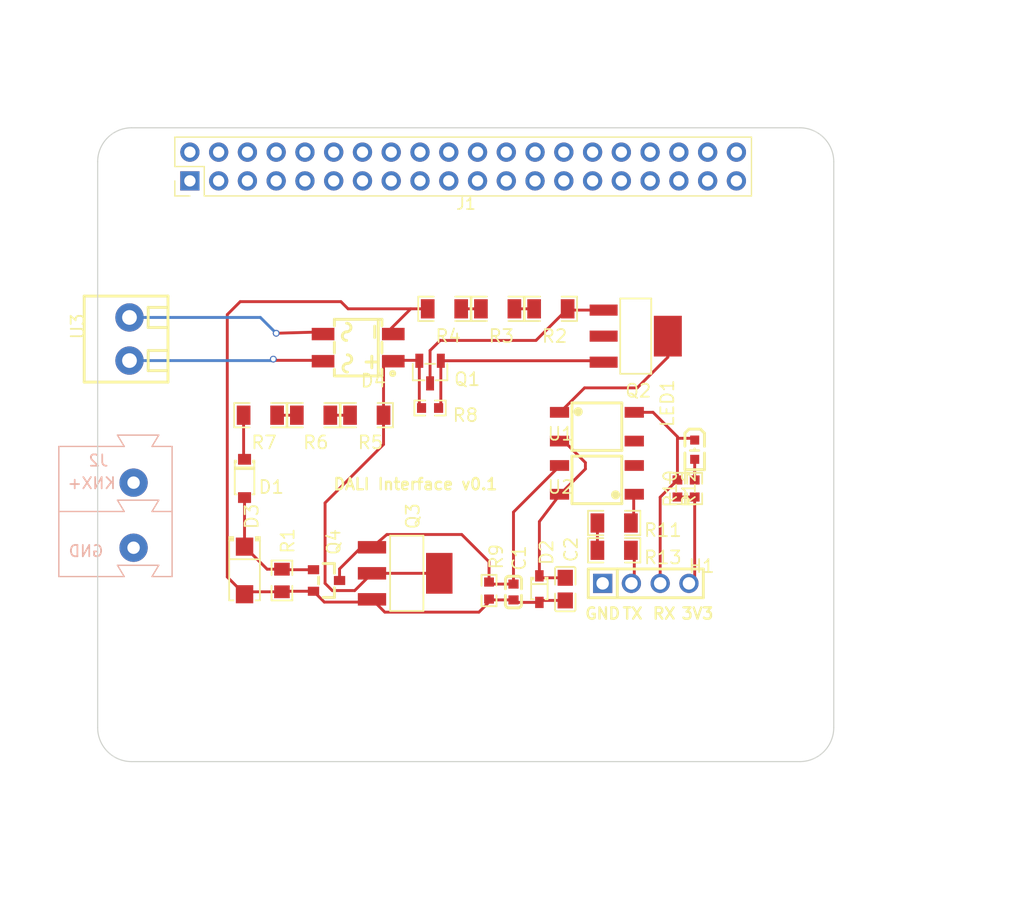
<source format=kicad_pcb>
(kicad_pcb (version 20221018) (generator pcbnew)
  (layers (0 "F.Cu" signal) (31 "B.Cu" signal) (34 "B.Paste" user) (35 "F.Paste" user) (36 "B.SilkS" user "B.Silkscreen") (37 "F.SilkS" user "F.Silkscreen") (38 "B.Mask" user) (39 "F.Mask" user) (44 "Edge.Cuts" user))
  (net 0 "")
  (net 43 "R11_2")
  (net 44 "D2_1")
  (net 45 "DALI-")
  (net 46 "U3_2")
  (net 47 "U3_1")
  (net 48 "R4_2")
  (net 49 "R3_2")
  (net 50 "Q1_3")
  (net 51 "DALI+")
  (net 52 "Q1_1")
  (net 53 "R6_1")
  (net 54 "R5_2")
  (net 55 "R7_2")
  (net 56 "Q4_1")
  (net 57 "Q3_1")
  (net 58 "Q2_4")
  (net 59 "U2_1")
  (net 60 "D_RX")
  (net 61 "LED1_1")
  (net 62 "3V3")
  (net 63 "D_TX")
  (net 64 "GND")
  (footprint "easyeda:R1206" (layer "F.Cu") (at 74.93 126.873)
    (fp_text reference "R6" (at -1.016 2.413) (layer "F.SilkS") (effects (font (size 1.143 1.143) (thickness 0.152)) (justify left)))
    (fp_text value "68kΩ" hide)
    (fp_line (start -2.311 -1.079) (end -0.951 -1.079) (stroke (width 0.152)) (layer "F.SilkS"))
    (fp_line (start -2.311 1.079) (end -2.311 -1.079) (stroke (width 0.152)) (layer "F.SilkS"))
    (fp_line (start -0.951 1.079) (end -2.311 1.079) (stroke (width 0.152)) (layer "F.SilkS"))
    (fp_line (start 0.951 1.079) (end 2.311 1.079) (stroke (width 0.152)) (layer "F.SilkS"))
    (fp_line (start 2.311 -1.079) (end 0.951 -1.079) (stroke (width 0.152)) (layer "F.SilkS"))
    (fp_line (start 2.311 1.079) (end 2.311 -1.079) (stroke (width 0.152)) (layer "F.SilkS"))
    (pad "1" smd rect (at -1.479 0) (size 1.208 1.701) (layers "F.Cu" "F.Paste" "F.Mask") (net 53 "R6_1"))
    (pad "2" smd rect (at 1.479 0) (size 1.208 1.701) (layers "F.Cu" "F.Paste" "F.Mask") (net 54 "R5_2"))
  )
  (footprint "easyeda:SOD-123_L2.8-W1.8-LS3.7-RD" (layer "F.Cu") (at 68.834 132.461 -90)
    (fp_text reference "D1" (at 0.762 -1.143) (layer "F.SilkS") (effects (font (size 1.143 1.143) (thickness 0.152)) (justify left)))
    (fp_text value "MMSZ4711T1G" hide)
    (fp_line (start -1.58 -0.866) (end -1.406 -0.866) (stroke (width 0.152)) (layer "F.SilkS"))
    (fp_line (start -1.58 -0.755) (end -1.58 -0.866) (stroke (width 0.152)) (layer "F.SilkS"))
    (fp_line (start -1.58 -0.755) (end -1.406 -0.755) (stroke (width 0.152)) (layer "F.SilkS"))
    (fp_line (start -1.58 0.755) (end -1.406 0.755) (stroke (width 0.152)) (layer "F.SilkS"))
    (fp_line (start -1.58 0.866) (end -1.58 0.755) (stroke (width 0.152)) (layer "F.SilkS"))
    (fp_line (start -1.406 -0.866) (end -1.406 -0.755) (stroke (width 0.152)) (layer "F.SilkS"))
    (fp_line (start -1.406 -0.866) (end 1.406 -0.866) (stroke (width 0.152)) (layer "F.SilkS"))
    (fp_line (start -1.406 0.755) (end -1.406 0.866) (stroke (width 0.152)) (layer "F.SilkS"))
    (fp_line (start -1.406 0.866) (end -1.58 0.866) (stroke (width 0.152)) (layer "F.SilkS"))
    (fp_line (start -1.406 0.866) (end 1.406 0.866) (stroke (width 0.152)) (layer "F.SilkS"))
    (fp_line (start -0.97 -0.866) (end -0.97 0.866) (stroke (width 0.152)) (layer "F.SilkS"))
    (fp_line (start -0.827 -0.866) (end -0.827 0.866) (stroke (width 0.152)) (layer "F.SilkS"))
    (fp_line (start 1.406 -0.866) (end 1.406 -0.698) (stroke (width 0.152)) (layer "F.SilkS"))
    (fp_line (start 1.406 0.866) (end 1.406 0.698) (stroke (width 0.152)) (layer "F.SilkS"))
    (pad "1" smd rect (at -1.692 0 270) (size 0.95 1.15) (layers "F.Cu" "F.Paste" "F.Mask") (net 55 "R7_2"))
    (pad "2" smd rect (at 1.692 0 270) (size 0.95 1.15) (layers "F.Cu" "F.Paste" "F.Mask") (net 56 "Q4_1"))
  )
  (footprint "easyeda:OPTO-SMD-4_L4.4-W4.1-P2.54-LS7.0-TL" (layer "F.Cu") (at 99.949 132.588 180)
    (fp_text reference "U2" (at 4.445 -0.635) (layer "F.SilkS") (effects (font (size 1.143 1.143) (thickness 0.152)) (justify left)))
    (fp_text value "EL357N(C)(TA)-G" hide)
    (fp_line (start -2.2 -2.1) (end 2.2 -2.1) (stroke (width 0.254)) (layer "F.SilkS"))
    (fp_line (start -2.2 2.1) (end -2.2 -2.1) (stroke (width 0.254)) (layer "F.SilkS"))
    (fp_line (start 2.2 -2.1) (end 2.2 2.1) (stroke (width 0.254)) (layer "F.SilkS"))
    (fp_line (start 2.2 2.1) (end -2.2 2.1) (stroke (width 0.254)) (layer "F.SilkS"))
    (fp_arc (start -1.648 -1.524) (mid -1.65073 -1.123991) (end -1.650541 -1.524009) (stroke (width 0.4)) (layer "F.SilkS"))
    (pad "1" smd rect (at -3.3 -1.27 180) (size 1.7 0.95) (layers "F.Cu" "F.Paste" "F.Mask") (net 59 "U2_1"))
    (pad "2" smd rect (at -3.3 1.27 180) (size 1.7 0.95) (layers "F.Cu" "F.Paste" "F.Mask") (net 64 "GND"))
    (pad "3" smd rect (at 3.3 1.27 180) (size 1.7 0.95) (layers "F.Cu" "F.Paste" "F.Mask") (net 57 "Q3_1"))
    (pad "4" smd rect (at 3.3 -1.27 180) (size 1.7 0.95) (layers "F.Cu" "F.Paste" "F.Mask") (net 44 "D2_1"))
  )
  (footprint "easyeda:HDR-TH_4P-P2.54-V-M" (layer "F.Cu") (at 104.267 141.732)
    (fp_text reference "H1" (at 3.683 -1.524) (layer "F.SilkS") (effects (font (size 1.143 1.143) (thickness 0.152)) (justify left)))
    (fp_text value "210-91-04GB01" hide)
    (fp_line (start -5.08 -1.27) (end -2.516 -1.27) (stroke (width 0.254)) (layer "F.SilkS"))
    (fp_line (start -5.08 1.27) (end -5.08 -1.27) (stroke (width 0.254)) (layer "F.SilkS"))
    (fp_line (start -2.516 -1.27) (end -2.516 1.27) (stroke (width 0.254)) (layer "F.SilkS"))
    (fp_line (start -2.516 -1.27) (end 5.08 -1.27) (stroke (width 0.254)) (layer "F.SilkS"))
    (fp_line (start 5.08 -1.27) (end 5.08 1.27) (stroke (width 0.254)) (layer "F.SilkS"))
    (fp_line (start 5.08 1.27) (end -5.08 1.27) (stroke (width 0.254)) (layer "F.SilkS"))
    (pad "1" thru_hole rect (at -3.81 0) (size 1.7 1.7) (drill 1.1) (layers "*.Cu" "*.Paste" "*.Mask") (net 64 "GND"))
    (pad "2" thru_hole circle (at -1.27 0) (size 1.7 1.7) (drill 1.1) (layers "*.Cu" "*.Paste" "*.Mask") (net 63 "D_TX"))
    (pad "3" thru_hole circle (at 1.27 0) (size 1.7 1.7) (drill 1.1) (layers "*.Cu" "*.Paste" "*.Mask") (net 60 "D_RX"))
    (pad "4" thru_hole circle (at 3.81 0) (size 1.7 1.7) (drill 1.1) (layers "*.Cu" "*.Paste" "*.Mask") (net 62 "3V3"))
  )
  (footprint "easyeda:R1206" (layer "F.Cu") (at 101.473 138.811)
    (fp_text reference "R13" (at 2.54 0.635) (layer "F.SilkS") (effects (font (size 1.143 1.143) (thickness 0.152)) (justify left)))
    (fp_text value "300Ω" hide)
    (fp_line (start -2.311 -1.079) (end -0.951 -1.079) (stroke (width 0.152)) (layer "F.SilkS"))
    (fp_line (start -2.311 1.079) (end -2.311 -1.079) (stroke (width 0.152)) (layer "F.SilkS"))
    (fp_line (start -0.951 1.079) (end -2.311 1.079) (stroke (width 0.152)) (layer "F.SilkS"))
    (fp_line (start 0.951 1.079) (end 2.311 1.079) (stroke (width 0.152)) (layer "F.SilkS"))
    (fp_line (start 2.311 -1.079) (end 0.951 -1.079) (stroke (width 0.152)) (layer "F.SilkS"))
    (fp_line (start 2.311 1.079) (end 2.311 -1.079) (stroke (width 0.152)) (layer "F.SilkS"))
    (pad "1" smd rect (at -1.479 0) (size 1.208 1.701) (layers "F.Cu" "F.Paste" "F.Mask") (net 43 "R11_2"))
    (pad "2" smd rect (at 1.479 0) (size 1.208 1.701) (layers "F.Cu" "F.Paste" "F.Mask") (net 63 "D_TX"))
  )
  (footprint "easyeda:R0805" (layer "F.Cu") (at 72.136 141.478 90)
    (fp_text reference "R1" (at 2.286 0.508 90) (layer "F.SilkS") (effects (font (size 1.143 1.143) (thickness 0.152)) (justify left)))
    (fp_text value "16kΩ" hide)
    (fp_line (start -1.761 -0.917) (end -0.476 -0.917) (stroke (width 0.152)) (layer "F.SilkS"))
    (fp_line (start -1.761 0.917) (end -1.761 -0.917) (stroke (width 0.152)) (layer "F.SilkS"))
    (fp_line (start -0.476 0.917) (end -1.761 0.917) (stroke (width 0.152)) (layer "F.SilkS"))
    (fp_line (start 0.476 0.917) (end 1.761 0.917) (stroke (width 0.152)) (layer "F.SilkS"))
    (fp_line (start 1.761 -0.917) (end 0.476 -0.917) (stroke (width 0.152)) (layer "F.SilkS"))
    (fp_line (start 1.761 0.917) (end 1.761 -0.917) (stroke (width 0.152)) (layer "F.SilkS"))
    (pad "1" smd rect (at -1 0 90) (size 1.133 1.377) (layers "F.Cu" "F.Paste" "F.Mask") (net 45 "DALI-"))
    (pad "2" smd rect (at 1 0 90) (size 1.133 1.377) (layers "F.Cu" "F.Paste" "F.Mask") (net 56 "Q4_1"))
  )
  (footprint "easyeda:SOT-223-3_L6.5-W3.4-P2.30-LS7.0-BR" (layer "F.Cu") (at 83.058 140.843 180)
    (fp_text reference "Q3" (at -0.635 3.81 90) (layer "F.SilkS") (effects (font (size 1.143 1.143) (thickness 0.152)) (justify left)))
    (fp_text value "STN1HNK60" hide)
    (fp_line (start -1.571 -3.326) (end 1.371 -3.326) (stroke (width 0.152)) (layer "F.SilkS"))
    (fp_line (start -1.571 3.326) (end -1.571 -3.326) (stroke (width 0.152)) (layer "F.SilkS"))
    (fp_line (start 1.371 -3.326) (end 1.371 3.326) (stroke (width 0.152)) (layer "F.SilkS"))
    (fp_line (start 1.371 3.326) (end -1.571 3.326) (stroke (width 0.152)) (layer "F.SilkS"))
    (pad "1" smd rect (at 2.97 2.3 180) (size 2.5 1.1) (layers "F.Cu" "F.Paste" "F.Mask") (net 57 "Q3_1"))
    (pad "2" smd rect (at 2.97 0 180) (size 2.5 1.1) (layers "F.Cu" "F.Paste" "F.Mask") (net 51 "DALI+"))
    (pad "3" smd rect (at 2.97 -2.3 180) (size 2.5 1.1) (layers "F.Cu" "F.Paste" "F.Mask") (net 45 "DALI-"))
    (pad "4" smd rect (at -2.97 0 180) (size 2.34 3.6) (layers "F.Cu" "F.Paste" "F.Mask") (net 51 "DALI+"))
  )
  (footprint "easyeda:SOD-323_L1.8-W1.3-LS2.5-RD" (layer "F.Cu") (at 94.869 142.24 -90)
    (fp_text reference "D2" (at -2.032 -0.635 90) (layer "F.SilkS") (effects (font (size 1.143 1.143) (thickness 0.152)) (justify left)))
    (fp_text value "UDZSTE-175.6B" hide)
    (fp_line (start -0.851 -0.726) (end 0.901 -0.726) (stroke (width 0.152)) (layer "F.SilkS"))
    (fp_line (start -0.851 0.726) (end 0.901 0.726) (stroke (width 0.152)) (layer "F.SilkS"))
    (fp_line (start -0.447 -0.726) (end -0.447 0.726) (stroke (width 0.152)) (layer "F.SilkS"))
    (fp_line (start 0.901 -0.726) (end 0.901 -0.53) (stroke (width 0.152)) (layer "F.SilkS"))
    (fp_line (start 0.901 0.726) (end 0.901 0.52) (stroke (width 0.152)) (layer "F.SilkS"))
    (fp_poly (pts (xy -0.775 -0.802) (xy -0.775 -0.45) (xy -1.08 -0.45) (xy -1.08 -0.802)) (fill solid) (layer "F.SilkS"))
    (fp_poly (pts (xy -0.775 0.802) (xy -0.775 0.45) (xy -1.08 0.45) (xy -1.08 0.802)) (fill solid) (layer "F.SilkS"))
    (pad "1" smd rect (at -1.172 0 270) (size 1 0.75) (layers "F.Cu" "F.Paste" "F.Mask") (net 44 "D2_1"))
    (pad "2" smd rect (at 1.172 0 270) (size 1 0.75) (layers "F.Cu" "F.Paste" "F.Mask") (net 45 "DALI-"))
  )
  (footprint "RPi_Hat:RPi_Hat_Mounting_Hole" (layer "F.Cu") (at 117.364 153.98)
    (fp_text reference "" hide)
    (fp_text value "" hide)
    (pad "" np_thru_hole circle locked (at 0 0) (size 2.75 2.75) (drill 2.75) (layers "*.Cu" "*.Mask") (clearance 1.725))
  )
  (footprint "easyeda:R1206" (layer "F.Cu") (at 70.231 126.873 180)
    (fp_text reference "R7" (at 0.889 -2.413) (layer "F.SilkS") (effects (font (size 1.143 1.143) (thickness 0.152)) (justify left)))
    (fp_text value "68kΩ" hide)
    (fp_line (start -2.311 -1.079) (end -0.951 -1.079) (stroke (width 0.152)) (layer "F.SilkS"))
    (fp_line (start -2.311 1.079) (end -2.311 -1.079) (stroke (width 0.152)) (layer "F.SilkS"))
    (fp_line (start -0.951 1.079) (end -2.311 1.079) (stroke (width 0.152)) (layer "F.SilkS"))
    (fp_line (start 0.951 1.079) (end 2.311 1.079) (stroke (width 0.152)) (layer "F.SilkS"))
    (fp_line (start 2.311 -1.079) (end 0.951 -1.079) (stroke (width 0.152)) (layer "F.SilkS"))
    (fp_line (start 2.311 1.079) (end 2.311 -1.079) (stroke (width 0.152)) (layer "F.SilkS"))
    (pad "1" smd rect (at -1.479 0 180) (size 1.208 1.701) (layers "F.Cu" "F.Paste" "F.Mask") (net 53 "R6_1"))
    (pad "2" smd rect (at 1.479 0 180) (size 1.208 1.701) (layers "F.Cu" "F.Paste" "F.Mask") (net 55 "R7_2"))
  )
  (footprint "easyeda:R1206" (layer "F.Cu") (at 79.629 126.873 180)
    (fp_text reference "R5" (at 0.889 -2.413) (layer "F.SilkS") (effects (font (size 1.143 1.143) (thickness 0.152)) (justify left)))
    (fp_text value "68kΩ" hide)
    (fp_line (start -2.311 -1.079) (end -0.951 -1.079) (stroke (width 0.152)) (layer "F.SilkS"))
    (fp_line (start -2.311 1.079) (end -2.311 -1.079) (stroke (width 0.152)) (layer "F.SilkS"))
    (fp_line (start -0.951 1.079) (end -2.311 1.079) (stroke (width 0.152)) (layer "F.SilkS"))
    (fp_line (start 0.951 1.079) (end 2.311 1.079) (stroke (width 0.152)) (layer "F.SilkS"))
    (fp_line (start 2.311 -1.079) (end 0.951 -1.079) (stroke (width 0.152)) (layer "F.SilkS"))
    (fp_line (start 2.311 1.079) (end 2.311 -1.079) (stroke (width 0.152)) (layer "F.SilkS"))
    (pad "1" smd rect (at -1.479 0 180) (size 1.208 1.701) (layers "F.Cu" "F.Paste" "F.Mask") (net 51 "DALI+"))
    (pad "2" smd rect (at 1.479 0 180) (size 1.208 1.701) (layers "F.Cu" "F.Paste" "F.Mask") (net 54 "R5_2"))
  )
  (footprint "easyeda:R1206" (layer "F.Cu") (at 91.186 117.475)
    (fp_text reference "R3" (at -0.889 2.413) (layer "F.SilkS") (effects (font (size 1.143 1.143) (thickness 0.152)) (justify left)))
    (fp_text value "68kΩ" hide)
    (fp_line (start -2.311 -1.079) (end -0.951 -1.079) (stroke (width 0.152)) (layer "F.SilkS"))
    (fp_line (start -2.311 1.079) (end -2.311 -1.079) (stroke (width 0.152)) (layer "F.SilkS"))
    (fp_line (start -0.951 1.079) (end -2.311 1.079) (stroke (width 0.152)) (layer "F.SilkS"))
    (fp_line (start 0.951 1.079) (end 2.311 1.079) (stroke (width 0.152)) (layer "F.SilkS"))
    (fp_line (start 2.311 -1.079) (end 0.951 -1.079) (stroke (width 0.152)) (layer "F.SilkS"))
    (fp_line (start 2.311 1.079) (end 2.311 -1.079) (stroke (width 0.152)) (layer "F.SilkS"))
    (pad "1" smd rect (at -1.479 0) (size 1.208 1.701) (layers "F.Cu" "F.Paste" "F.Mask") (net 48 "R4_2"))
    (pad "2" smd rect (at 1.479 0) (size 1.208 1.701) (layers "F.Cu" "F.Paste" "F.Mask") (net 49 "R3_2"))
  )
  (footprint "easyeda:R0603" (layer "F.Cu") (at 107.061 133.35 -90)
    (fp_text reference "R10" (at 1.778 0.635 -90) (layer "F.SilkS") (effects (font (size 1.143 1.143) (thickness 0.152)) (justify left)))
    (fp_text value "4.7kΩ" hide)
    (fp_line (start -1.385 -0.661) (end -0.426 -0.661) (stroke (width 0.152)) (layer "F.SilkS"))
    (fp_line (start -1.385 0.661) (end -1.385 -0.661) (stroke (width 0.152)) (layer "F.SilkS"))
    (fp_line (start -0.426 0.661) (end -1.385 0.661) (stroke (width 0.152)) (layer "F.SilkS"))
    (fp_line (start 0.426 0.661) (end 1.385 0.661) (stroke (width 0.152)) (layer "F.SilkS"))
    (fp_line (start 1.385 -0.661) (end 0.426 -0.661) (stroke (width 0.152)) (layer "F.SilkS"))
    (fp_line (start 1.385 0.661) (end 1.385 -0.661) (stroke (width 0.152)) (layer "F.SilkS"))
    (pad "1" smd rect (at -0.753 0 270) (size 0.806 0.864) (layers "F.Cu" "F.Paste" "F.Mask") (net 60 "D_RX"))
    (pad "2" smd rect (at 0.753 0 270) (size 0.806 0.864) (layers "F.Cu" "F.Paste" "F.Mask") (net 62 "3V3"))
  )
  (footprint "easyeda:C0805" (layer "F.Cu") (at 97.155 142.24 90)
    (fp_text reference "C2" (at 2.286 0.508 90) (layer "F.SilkS") (effects (font (size 1.143 1.143) (thickness 0.152)) (justify left)))
    (fp_text value "2.2uF" hide)
    (fp_line (start -1.964 0.751) (end -1.964 -0.751) (stroke (width 0.152)) (layer "F.SilkS"))
    (fp_line (start -1.811 -0.904) (end -0.401 -0.904) (stroke (width 0.152)) (layer "F.SilkS"))
    (fp_line (start -0.401 0.904) (end -1.811 0.904) (stroke (width 0.152)) (layer "F.SilkS"))
    (fp_line (start 0.401 0.904) (end 1.811 0.904) (stroke (width 0.152)) (layer "F.SilkS"))
    (fp_line (start 1.811 -0.904) (end 0.401 -0.904) (stroke (width 0.152)) (layer "F.SilkS"))
    (fp_line (start 1.964 0.751) (end 1.964 -0.751) (stroke (width 0.152)) (layer "F.SilkS"))
    (fp_arc (start -1.964 -0.751) (mid -1.919187 -0.859187) (end -1.811 -0.904) (stroke (width 0.152)) (layer "F.SilkS"))
    (fp_arc (start -1.811 0.904) (mid -1.919187 0.859187) (end -1.964 0.751) (stroke (width 0.152)) (layer "F.SilkS"))
    (fp_arc (start 1.811 -0.904) (mid 1.919187 -0.859187) (end 1.964 -0.751) (stroke (width 0.152)) (layer "F.SilkS"))
    (fp_arc (start 1.964 0.751) (mid 1.919187 0.859187) (end 1.811 0.904) (stroke (width 0.152)) (layer "F.SilkS"))
    (pad "1" smd rect (at -1 0 90) (size 1.41 1.35) (layers "F.Cu" "F.Paste" "F.Mask") (net 45 "DALI-"))
    (pad "2" smd rect (at 1 0 90) (size 1.41 1.35) (layers "F.Cu" "F.Paste" "F.Mask") (net 44 "D2_1"))
  )
  (footprint "easyeda:R0603" (layer "F.Cu") (at 108.585 133.35 -90)
    (fp_text reference "R12" (at 1.778 0.508 -90) (layer "F.SilkS") (effects (font (size 1.143 1.143) (thickness 0.152)) (justify left)))
    (fp_text value "4.7kΩ" hide)
    (fp_line (start -1.385 -0.661) (end -0.426 -0.661) (stroke (width 0.152)) (layer "F.SilkS"))
    (fp_line (start -1.385 0.661) (end -1.385 -0.661) (stroke (width 0.152)) (layer "F.SilkS"))
    (fp_line (start -0.426 0.661) (end -1.385 0.661) (stroke (width 0.152)) (layer "F.SilkS"))
    (fp_line (start 0.426 0.661) (end 1.385 0.661) (stroke (width 0.152)) (layer "F.SilkS"))
    (fp_line (start 1.385 -0.661) (end 0.426 -0.661) (stroke (width 0.152)) (layer "F.SilkS"))
    (fp_line (start 1.385 0.661) (end 1.385 -0.661) (stroke (width 0.152)) (layer "F.SilkS"))
    (pad "1" smd rect (at -0.753 0 270) (size 0.806 0.864) (layers "F.Cu" "F.Paste" "F.Mask") (net 61 "LED1_1"))
    (pad "2" smd rect (at 0.753 0 270) (size 0.806 0.864) (layers "F.Cu" "F.Paste" "F.Mask") (net 62 "3V3"))
  )
  (footprint "easyeda:SOT-23-3_L2.9-W1.3-P1.90-LS2.4-BR" (layer "F.Cu") (at 85.217 123.063 90)
    (fp_text reference "Q1" (at -0.635 2.032) (layer "F.SilkS") (effects (font (size 1.143 1.143) (thickness 0.152)) (justify left)))
    (fp_text value "BC857C,215" hide)
    (fp_line (start -0.726 -1.526) (end -0.726 -0.495) (stroke (width 0.152)) (layer "F.SilkS"))
    (fp_line (start -0.726 1.526) (end -0.726 0.495) (stroke (width 0.152)) (layer "F.SilkS"))
    (fp_line (start 0.726 -1.526) (end -0.726 -1.526) (stroke (width 0.152)) (layer "F.SilkS"))
    (fp_line (start 0.726 -0.455) (end 0.726 0.455) (stroke (width 0.152)) (layer "F.SilkS"))
    (fp_line (start 0.726 1.526) (end -0.726 1.526) (stroke (width 0.152)) (layer "F.SilkS"))
    (pad "1" smd rect (at 1 0.95 90) (size 1.25 0.7) (layers "F.Cu" "F.Paste" "F.Mask") (net 52 "Q1_1"))
    (pad "2" smd rect (at 1 -0.95 90) (size 1.25 0.7) (layers "F.Cu" "F.Paste" "F.Mask") (net 51 "DALI+"))
    (pad "3" smd rect (at -1 0 90) (size 1.25 0.7) (layers "F.Cu" "F.Paste" "F.Mask") (net 50 "Q1_3"))
  )
  (footprint "easyeda:SOT-223-4_L6.5-W3.5-P2.30-LS7.0-BR" (layer "F.Cu") (at 103.378 119.888 180)
    (fp_text reference "Q2" (at 1.016 -4.826) (layer "F.SilkS") (effects (font (size 1.143 1.143) (thickness 0.152)) (justify left)))
    (fp_text value "STN93003" hide)
    (fp_line (start -1.371 -3.326) (end 1.371 -3.326) (stroke (width 0.152)) (layer "F.SilkS"))
    (fp_line (start -1.371 3.326) (end -1.371 -3.326) (stroke (width 0.152)) (layer "F.SilkS"))
    (fp_line (start 1.371 -3.326) (end 1.371 3.326) (stroke (width 0.152)) (layer "F.SilkS"))
    (fp_line (start 1.371 3.326) (end -1.371 3.326) (stroke (width 0.152)) (layer "F.SilkS"))
    (pad "1" smd rect (at 2.835 2.3 180) (size 2.47 0.98) (layers "F.Cu" "F.Paste" "F.Mask") (net 50 "Q1_3"))
    (pad "2" smd rect (at 2.835 0 180) (size 2.47 0.98) (layers "F.Cu" "F.Paste" "F.Mask"))
    (pad "3" smd rect (at 2.835 -2.3 180) (size 2.47 0.98) (layers "F.Cu" "F.Paste" "F.Mask") (net 52 "Q1_1"))
    (pad "4" smd rect (at -2.835 0 180) (size 2.47 3.6) (layers "F.Cu" "F.Paste" "F.Mask") (net 58 "Q2_4"))
  )
  (footprint "RPi_Hat:RPi_Hat_Mounting_Hole" (layer "F.Cu") (at 117.364 104.98)
    (fp_text reference "" hide)
    (fp_text value "" hide)
    (pad "" np_thru_hole circle locked (at 0 0) (size 2.75 2.75) (drill 2.75) (layers "*.Cu" "*.Mask") (clearance 1.725))
  )
  (footprint "Connector_PinHeader_2.54mm:PinHeader_2x20_P2.54mm_Vertical" (layer "F.Cu") (at 64.008 106.172 90)
    (fp_text reference "J1" (at -2.032 24.384) (layer "F.SilkS"))
    (fp_text value "Conn_02x20_Odd_Even")
    (fp_line (start -1.33 -1.33) (end 0 -1.33) (stroke (width 0.12)) (layer "F.SilkS"))
    (fp_line (start -1.33 0) (end -1.33 -1.33) (stroke (width 0.12)) (layer "F.SilkS"))
    (fp_line (start -1.33 1.27) (end -1.33 49.59) (stroke (width 0.12)) (layer "F.SilkS"))
    (fp_line (start -1.33 1.27) (end 1.27 1.27) (stroke (width 0.12)) (layer "F.SilkS"))
    (fp_line (start -1.33 49.59) (end 3.87 49.59) (stroke (width 0.12)) (layer "F.SilkS"))
    (fp_line (start 1.27 -1.33) (end 3.87 -1.33) (stroke (width 0.12)) (layer "F.SilkS"))
    (fp_line (start 1.27 1.27) (end 1.27 -1.33) (stroke (width 0.12)) (layer "F.SilkS"))
    (fp_line (start 3.87 -1.33) (end 3.87 49.59) (stroke (width 0.12)) (layer "F.SilkS"))
    (pad "1" thru_hole rect (at 0 0 90) (size 1.7 1.7) (drill 1) (layers "*.Cu" "*.Mask"))
    (pad "2" thru_hole oval (at 2.54 0 90) (size 1.7 1.7) (drill 1) (layers "*.Cu" "*.Mask"))
    (pad "3" thru_hole oval (at 0 2.54 90) (size 1.7 1.7) (drill 1) (layers "*.Cu" "*.Mask"))
    (pad "4" thru_hole oval (at 2.54 2.54 90) (size 1.7 1.7) (drill 1) (layers "*.Cu" "*.Mask"))
    (pad "5" thru_hole oval (at 0 5.08 90) (size 1.7 1.7) (drill 1) (layers "*.Cu" "*.Mask"))
    (pad "6" thru_hole oval (at 2.54 5.08 90) (size 1.7 1.7) (drill 1) (layers "*.Cu" "*.Mask"))
    (pad "7" thru_hole oval (at 0 7.62 90) (size 1.7 1.7) (drill 1) (layers "*.Cu" "*.Mask"))
    (pad "8" thru_hole oval (at 2.54 7.62 90) (size 1.7 1.7) (drill 1) (layers "*.Cu" "*.Mask"))
    (pad "9" thru_hole oval (at 0 10.16 90) (size 1.7 1.7) (drill 1) (layers "*.Cu" "*.Mask"))
    (pad "10" thru_hole oval (at 2.54 10.16 90) (size 1.7 1.7) (drill 1) (layers "*.Cu" "*.Mask"))
    (pad "11" thru_hole oval (at 0 12.7 90) (size 1.7 1.7) (drill 1) (layers "*.Cu" "*.Mask"))
    (pad "12" thru_hole oval (at 2.54 12.7 90) (size 1.7 1.7) (drill 1) (layers "*.Cu" "*.Mask"))
    (pad "13" thru_hole oval (at 0 15.24 90) (size 1.7 1.7) (drill 1) (layers "*.Cu" "*.Mask"))
    (pad "14" thru_hole oval (at 2.54 15.24 90) (size 1.7 1.7) (drill 1) (layers "*.Cu" "*.Mask"))
    (pad "15" thru_hole oval (at 0 17.78 90) (size 1.7 1.7) (drill 1) (layers "*.Cu" "*.Mask"))
    (pad "16" thru_hole oval (at 2.54 17.78 90) (size 1.7 1.7) (drill 1) (layers "*.Cu" "*.Mask"))
    (pad "17" thru_hole oval (at 0 20.32 90) (size 1.7 1.7) (drill 1) (layers "*.Cu" "*.Mask"))
    (pad "18" thru_hole oval (at 2.54 20.32 90) (size 1.7 1.7) (drill 1) (layers "*.Cu" "*.Mask"))
    (pad "19" thru_hole oval (at 0 22.86 90) (size 1.7 1.7) (drill 1) (layers "*.Cu" "*.Mask"))
    (pad "20" thru_hole oval (at 2.54 22.86 90) (size 1.7 1.7) (drill 1) (layers "*.Cu" "*.Mask"))
    (pad "21" thru_hole oval (at 0 25.4 90) (size 1.7 1.7) (drill 1) (layers "*.Cu" "*.Mask"))
    (pad "22" thru_hole oval (at 2.54 25.4 90) (size 1.7 1.7) (drill 1) (layers "*.Cu" "*.Mask"))
    (pad "23" thru_hole oval (at 0 27.94 90) (size 1.7 1.7) (drill 1) (layers "*.Cu" "*.Mask"))
    (pad "24" thru_hole oval (at 2.54 27.94 90) (size 1.7 1.7) (drill 1) (layers "*.Cu" "*.Mask"))
    (pad "25" thru_hole oval (at 0 30.48 90) (size 1.7 1.7) (drill 1) (layers "*.Cu" "*.Mask"))
    (pad "26" thru_hole oval (at 2.54 30.48 90) (size 1.7 1.7) (drill 1) (layers "*.Cu" "*.Mask"))
    (pad "27" thru_hole oval (at 0 33.02 90) (size 1.7 1.7) (drill 1) (layers "*.Cu" "*.Mask"))
    (pad "28" thru_hole oval (at 2.54 33.02 90) (size 1.7 1.7) (drill 1) (layers "*.Cu" "*.Mask"))
    (pad "29" thru_hole oval (at 0 35.56 90) (size 1.7 1.7) (drill 1) (layers "*.Cu" "*.Mask"))
    (pad "30" thru_hole oval (at 2.54 35.56 90) (size 1.7 1.7) (drill 1) (layers "*.Cu" "*.Mask"))
    (pad "31" thru_hole oval (at 0 38.1 90) (size 1.7 1.7) (drill 1) (layers "*.Cu" "*.Mask"))
    (pad "32" thru_hole oval (at 2.54 38.1 90) (size 1.7 1.7) (drill 1) (layers "*.Cu" "*.Mask"))
    (pad "33" thru_hole oval (at 0 40.64 90) (size 1.7 1.7) (drill 1) (layers "*.Cu" "*.Mask"))
    (pad "34" thru_hole oval (at 2.54 40.64 90) (size 1.7 1.7) (drill 1) (layers "*.Cu" "*.Mask"))
    (pad "35" thru_hole oval (at 0 43.18 90) (size 1.7 1.7) (drill 1) (layers "*.Cu" "*.Mask"))
    (pad "36" thru_hole oval (at 2.54 43.18 90) (size 1.7 1.7) (drill 1) (layers "*.Cu" "*.Mask"))
    (pad "37" thru_hole oval (at 0 45.72 90) (size 1.7 1.7) (drill 1) (layers "*.Cu" "*.Mask"))
    (pad "38" thru_hole oval (at 2.54 45.72 90) (size 1.7 1.7) (drill 1) (layers "*.Cu" "*.Mask"))
    (pad "39" thru_hole oval (at 0 48.26 90) (size 1.7 1.7) (drill 1) (layers "*.Cu" "*.Mask"))
    (pad "40" thru_hole oval (at 2.54 48.26 90) (size 1.7 1.7) (drill 1) (layers "*.Cu" "*.Mask"))
  )
  (footprint "easyeda:CONN-TH_2P-P3.81_L7.4-W7.6" (layer "F.Cu") (at 58.674 120.142 90)
    (fp_text reference "U3" (at -0.127 -4.572 90) (layer "F.SilkS") (effects (font (size 1.143 1.143) (thickness 0.152)) (justify left)))
    (fp_text value "DB125-3.81-2P" hide)
    (fp_line (start -3.805 -4) (end 3.795 -4) (stroke (width 0.254)) (layer "F.SilkS"))
    (fp_line (start -3.805 3.4) (end -3.805 -4) (stroke (width 0.254)) (layer "F.SilkS"))
    (fp_line (start -2.794 1.651) (end -1.016 1.651) (stroke (width 0.254)) (layer "F.SilkS"))
    (fp_line (start -2.794 3.302) (end -2.794 1.651) (stroke (width 0.254)) (layer "F.SilkS"))
    (fp_line (start -1.016 1.651) (end -1.016 3.302) (stroke (width 0.254)) (layer "F.SilkS"))
    (fp_line (start 1.016 1.651) (end 2.794 1.651) (stroke (width 0.254)) (layer "F.SilkS"))
    (fp_line (start 1.016 3.302) (end 1.016 1.651) (stroke (width 0.254)) (layer "F.SilkS"))
    (fp_line (start 2.794 1.651) (end 2.794 3.302) (stroke (width 0.254)) (layer "F.SilkS"))
    (fp_line (start 3.795 -4) (end 3.795 3.4) (stroke (width 0.254)) (layer "F.SilkS"))
    (fp_line (start 3.795 3.4) (end -3.805 3.4) (stroke (width 0.254)) (layer "F.SilkS"))
    (pad "1" thru_hole circle (at -1.905 0 90) (size 2.5 2.5) (drill 1.3) (layers "*.Cu" "*.Paste" "*.Mask") (net 47 "U3_1"))
    (pad "2" thru_hole circle (at 1.905 0 90) (size 2.5 2.5) (drill 1.3) (layers "*.Cu" "*.Paste" "*.Mask") (net 46 "U3_2"))
  )
  (footprint "RPi_Hat:RPi_Hat_Mounting_Hole" (layer "F.Cu") (at 59.364 104.98)
    (fp_text reference "" hide)
    (fp_text value "" hide)
    (pad "" np_thru_hole circle locked (at 0 0) (size 2.75 2.75) (drill 2.75) (layers "*.Cu" "*.Mask") (clearance 1.725))
  )
  (footprint "easyeda:R1206" (layer "F.Cu") (at 95.885 117.475)
    (fp_text reference "R2" (at -0.889 2.413) (layer "F.SilkS") (effects (font (size 1.143 1.143) (thickness 0.152)) (justify left)))
    (fp_text value "68kΩ" hide)
    (fp_line (start -2.311 -1.079) (end -0.951 -1.079) (stroke (width 0.152)) (layer "F.SilkS"))
    (fp_line (start -2.311 1.079) (end -2.311 -1.079) (stroke (width 0.152)) (layer "F.SilkS"))
    (fp_line (start -0.951 1.079) (end -2.311 1.079) (stroke (width 0.152)) (layer "F.SilkS"))
    (fp_line (start 0.951 1.079) (end 2.311 1.079) (stroke (width 0.152)) (layer "F.SilkS"))
    (fp_line (start 2.311 -1.079) (end 0.951 -1.079) (stroke (width 0.152)) (layer "F.SilkS"))
    (fp_line (start 2.311 1.079) (end 2.311 -1.079) (stroke (width 0.152)) (layer "F.SilkS"))
    (pad "1" smd rect (at -1.479 0) (size 1.208 1.701) (layers "F.Cu" "F.Paste" "F.Mask") (net 49 "R3_2"))
    (pad "2" smd rect (at 1.479 0) (size 1.208 1.701) (layers "F.Cu" "F.Paste" "F.Mask") (net 50 "Q1_3"))
  )
  (footprint "easyeda:R1206" (layer "F.Cu") (at 86.487 117.475)
    (fp_text reference "R4" (at -0.889 2.413) (layer "F.SilkS") (effects (font (size 1.143 1.143) (thickness 0.152)) (justify left)))
    (fp_text value "68kΩ" hide)
    (fp_line (start -2.311 -1.079) (end -0.951 -1.079) (stroke (width 0.152)) (layer "F.SilkS"))
    (fp_line (start -2.311 1.079) (end -2.311 -1.079) (stroke (width 0.152)) (layer "F.SilkS"))
    (fp_line (start -0.951 1.079) (end -2.311 1.079) (stroke (width 0.152)) (layer "F.SilkS"))
    (fp_line (start 0.951 1.079) (end 2.311 1.079) (stroke (width 0.152)) (layer "F.SilkS"))
    (fp_line (start 2.311 -1.079) (end 0.951 -1.079) (stroke (width 0.152)) (layer "F.SilkS"))
    (fp_line (start 2.311 1.079) (end 2.311 -1.079) (stroke (width 0.152)) (layer "F.SilkS"))
    (pad "1" smd rect (at -1.479 0) (size 1.208 1.701) (layers "F.Cu" "F.Paste" "F.Mask") (net 45 "DALI-"))
    (pad "2" smd rect (at 1.479 0) (size 1.208 1.701) (layers "F.Cu" "F.Paste" "F.Mask") (net 48 "R4_2"))
  )
  (footprint "easyeda:C0603" (layer "F.Cu") (at 92.583 142.494 90)
    (fp_text reference "C1" (at 1.778 0.508 90) (layer "F.SilkS") (effects (font (size 1.143 1.143) (thickness 0.152)) (justify left)))
    (fp_text value "1nF" hide)
    (fp_line (start -1.405 -0.406) (end -1.405 0.394) (stroke (width 0.254)) (layer "F.SilkS"))
    (fp_line (start -0.296 -0.715) (end -1.096 -0.715) (stroke (width 0.254)) (layer "F.SilkS"))
    (fp_line (start -0.296 0.704) (end -1.096 0.704) (stroke (width 0.254)) (layer "F.SilkS"))
    (fp_line (start 0.28 -0.71) (end 1.08 -0.71) (stroke (width 0.254)) (layer "F.SilkS"))
    (fp_line (start 0.28 0.71) (end 1.08 0.71) (stroke (width 0.254)) (layer "F.SilkS"))
    (fp_line (start 1.39 -0.4) (end 1.39 0.4) (stroke (width 0.254)) (layer "F.SilkS"))
    (fp_arc (start -1.406 -0.406) (mid -1.315203 -0.625203) (end -1.096 -0.716) (stroke (width 0.254)) (layer "F.SilkS"))
    (fp_arc (start -1.096 0.704) (mid -1.315213 0.613194) (end -1.406 0.393973) (stroke (width 0.254)) (layer "F.SilkS"))
    (fp_arc (start 1.08 -0.71) (mid 1.299213 -0.619194) (end 1.39 -0.399973) (stroke (width 0.254)) (layer "F.SilkS"))
    (fp_arc (start 1.39 0.4) (mid 1.299203 0.619203) (end 1.08 0.71) (stroke (width 0.254)) (layer "F.SilkS"))
    (pad "1" smd rect (at -0.7 0 90) (size 0.8 0.9) (layers "F.Cu" "F.Paste" "F.Mask") (net 45 "DALI-"))
    (pad "2" smd rect (at 0.7 0 90) (size 0.8 0.9) (layers "F.Cu" "F.Paste" "F.Mask") (net 57 "Q3_1"))
  )
  (footprint "easyeda:R1206" (layer "F.Cu") (at 101.473 136.398 180)
    (fp_text reference "R11" (at -2.54 -0.635) (layer "F.SilkS") (effects (font (size 1.143 1.143) (thickness 0.152)) (justify left)))
    (fp_text value "1kΩ" hide)
    (fp_line (start -2.311 -1.079) (end -0.951 -1.079) (stroke (width 0.152)) (layer "F.SilkS"))
    (fp_line (start -2.311 1.079) (end -2.311 -1.079) (stroke (width 0.152)) (layer "F.SilkS"))
    (fp_line (start -0.951 1.079) (end -2.311 1.079) (stroke (width 0.152)) (layer "F.SilkS"))
    (fp_line (start 0.951 1.079) (end 2.311 1.079) (stroke (width 0.152)) (layer "F.SilkS"))
    (fp_line (start 2.311 -1.079) (end 0.951 -1.079) (stroke (width 0.152)) (layer "F.SilkS"))
    (fp_line (start 2.311 1.079) (end 2.311 -1.079) (stroke (width 0.152)) (layer "F.SilkS"))
    (pad "1" smd rect (at -1.479 0 180) (size 1.208 1.701) (layers "F.Cu" "F.Paste" "F.Mask") (net 59 "U2_1"))
    (pad "2" smd rect (at 1.479 0 180) (size 1.208 1.701) (layers "F.Cu" "F.Paste" "F.Mask") (net 43 "R11_2"))
  )
  (footprint "easyeda:MBS_L4.7-W3.8-P2.40-LS7.0-TL" (layer "F.Cu") (at 78.867 120.904 180)
    (fp_text reference "D4" (at -0.127 -2.921 180) (layer "F.SilkS") (effects (font (size 1.143 1.143) (thickness 0.152)) (justify left)))
    (fp_text value "MB10S_C2488" hide)
    (fp_line (start -2.1 -2.5) (end -2.1 -1.921) (stroke (width 0.254)) (layer "F.SilkS"))
    (fp_line (start -2.1 -0.479) (end -2.1 0.479) (stroke (width 0.254)) (layer "F.SilkS"))
    (fp_line (start -2.1 1.921) (end -2.1 2.5) (stroke (width 0.254)) (layer "F.SilkS"))
    (fp_line (start -1.777 -2.5) (end -1.777 2.5) (stroke (width 0.254)) (layer "F.SilkS"))
    (fp_line (start -1.715 -1.27) (end -0.699 -1.27) (stroke (width 0.254)) (layer "F.SilkS"))
    (fp_line (start -1.461 1.905) (end -1.461 0.889) (stroke (width 0.254)) (layer "F.SilkS"))
    (fp_line (start -1.207 -0.762) (end -1.207 -1.778) (stroke (width 0.254)) (layer "F.SilkS"))
    (fp_line (start 2.1 -2.5) (end -2.1 -2.5) (stroke (width 0.254)) (layer "F.SilkS"))
    (fp_line (start 2.1 -2.5) (end 2.1 -1.921) (stroke (width 0.254)) (layer "F.SilkS"))
    (fp_line (start 2.1 -0.479) (end 2.1 0.479) (stroke (width 0.254)) (layer "F.SilkS"))
    (fp_line (start 2.1 1.921) (end 2.1 2.5) (stroke (width 0.254)) (layer "F.SilkS"))
    (fp_line (start 2.1 2.5) (end -2.1 2.5) (stroke (width 0.254)) (layer "F.SilkS"))
    (fp_arc (start 0.952 -2.159) (mid 1.333 -1.778) (end 0.952 -1.397) (stroke (width 0.254)) (layer "F.SilkS"))
    (fp_arc (start 0.952 -0.635) (mid 0.571 -1.016) (end 0.952 -1.397) (stroke (width 0.254)) (layer "F.SilkS"))
    (fp_arc (start 1.016 0.635) (mid 1.397 1.016) (end 1.016 1.397) (stroke (width 0.254)) (layer "F.SilkS"))
    (fp_arc (start 1.016 2.159) (mid 0.635 1.778) (end 1.016 1.397) (stroke (width 0.254)) (layer "F.SilkS"))
    (fp_circle (center -3.048 -2.286) (end -2.869 -2.286) (stroke (width 0.254)) (fill none) (layer "F.SilkS"))
    (pad "1" smd rect (at -3.1 -1.2 180) (size 2 1.1) (layers "F.Cu" "F.Paste" "F.Mask") (net 51 "DALI+"))
    (pad "2" smd rect (at -3.1 1.2 180) (size 2 1.1) (layers "F.Cu" "F.Paste" "F.Mask") (net 45 "DALI-"))
    (pad "3" smd rect (at 3.1 1.2 180) (size 2 1.1) (layers "F.Cu" "F.Paste" "F.Mask") (net 46 "U3_2"))
    (pad "4" smd rect (at 3.1 -1.2 180) (size 2 1.1) (layers "F.Cu" "F.Paste" "F.Mask") (net 47 "U3_1"))
  )
  (footprint "easyeda:LED0603-R-RD_WHITE" (layer "F.Cu") (at 108.585 129.921 -90)
    (fp_text reference "LED1" (at -1.905 2.413 -90) (layer "F.SilkS") (effects (font (size 1.143 1.143) (thickness 0.152)) (justify left)))
    (fp_text value "0603White light_C2290" hide)
    (fp_line (start -1.816 -0.508) (end -1.46 -0.864) (stroke (width 0.254)) (layer "F.SilkS"))
    (fp_line (start -1.816 0.508) (end -1.816 -0.508) (stroke (width 0.254)) (layer "F.SilkS"))
    (fp_line (start -1.46 0.864) (end -1.816 0.508) (stroke (width 0.254)) (layer "F.SilkS"))
    (fp_line (start -0.317 0.864) (end -1.46 0.864) (stroke (width 0.254)) (layer "F.SilkS"))
    (fp_line (start -0.292 -0.864) (end -1.46 -0.864) (stroke (width 0.254)) (layer "F.SilkS"))
    (fp_line (start 0.076 0.008) (end -0.099 0.008) (stroke (width 0.203)) (layer "F.SilkS"))
    (fp_line (start 0.076 0.406) (end 0.076 -0.381) (stroke (width 0.203)) (layer "F.SilkS"))
    (fp_line (start 1.765 -0.864) (end 0.292 -0.864) (stroke (width 0.254)) (layer "F.SilkS"))
    (fp_line (start 1.765 0.864) (end 0.292 0.864) (stroke (width 0.254)) (layer "F.SilkS"))
    (fp_line (start 1.765 0.864) (end 1.765 -0.864) (stroke (width 0.254)) (layer "F.SilkS"))
    (pad "1" smd rect (at 0.851 0) (size 0.8 0.8) (layers "F.Cu" "F.Paste" "F.Mask") (net 61 "LED1_1"))
    (pad "2" smd rect (at -0.851 0) (size 0.8 0.8) (layers "F.Cu" "F.Paste" "F.Mask") (net 60 "D_RX"))
  )
  (footprint "easyeda:SOT-23_L2.9-W1.3-P1.90-LS2.4-BR" (layer "F.Cu") (at 76.073 141.478 180)
    (fp_text reference "Q4" (at -0.635 2.159 90) (layer "F.SilkS") (effects (font (size 1.143 1.143) (thickness 0.152)) (justify left)))
    (fp_text value "BSS123" hide)
    (fp_line (start -0.7 -1.5) (end 0.3 -1.5) (stroke (width 0.254)) (layer "F.SilkS"))
    (fp_line (start -0.7 -0.636) (end -0.7 -1.5) (stroke (width 0.254)) (layer "F.SilkS"))
    (fp_line (start -0.7 1.5) (end -0.7 0.636) (stroke (width 0.254)) (layer "F.SilkS"))
    (fp_line (start -0.7 1.5) (end 0.3 1.5) (stroke (width 0.254)) (layer "F.SilkS"))
    (fp_line (start 0.7 0.314) (end 0.7 -0.314) (stroke (width 0.254)) (layer "F.SilkS"))
    (pad "1" smd rect (at 1.15 0.95) (size 1 0.8) (layers "F.Cu" "F.Paste" "F.Mask") (net 56 "Q4_1"))
    (pad "2" smd rect (at 1.15 -0.95) (size 1 0.8) (layers "F.Cu" "F.Paste" "F.Mask") (net 45 "DALI-"))
    (pad "3" smd rect (at -1.15 0) (size 1 0.8) (layers "F.Cu" "F.Paste" "F.Mask") (net 57 "Q3_1"))
  )
  (footprint "easyeda:R0603" (layer "F.Cu") (at 90.424 142.367 90)
    (fp_text reference "R9" (at 1.778 0.635 90) (layer "F.SilkS") (effects (font (size 1.143 1.143) (thickness 0.152)) (justify left)))
    (fp_text value "4.7kΩ" hide)
    (fp_line (start -1.385 -0.661) (end -0.426 -0.661) (stroke (width 0.152)) (layer "F.SilkS"))
    (fp_line (start -1.385 0.661) (end -1.385 -0.661) (stroke (width 0.152)) (layer "F.SilkS"))
    (fp_line (start -0.426 0.661) (end -1.385 0.661) (stroke (width 0.152)) (layer "F.SilkS"))
    (fp_line (start 0.426 0.661) (end 1.385 0.661) (stroke (width 0.152)) (layer "F.SilkS"))
    (fp_line (start 1.385 -0.661) (end 0.426 -0.661) (stroke (width 0.152)) (layer "F.SilkS"))
    (fp_line (start 1.385 0.661) (end 1.385 -0.661) (stroke (width 0.152)) (layer "F.SilkS"))
    (pad "1" smd rect (at -0.753 0 90) (size 0.806 0.864) (layers "F.Cu" "F.Paste" "F.Mask") (net 45 "DALI-"))
    (pad "2" smd rect (at 0.753 0 90) (size 0.806 0.864) (layers "F.Cu" "F.Paste" "F.Mask") (net 57 "Q3_1"))
  )
  (footprint "easyeda:R0603" (layer "F.Cu") (at 85.217 126.238)
    (fp_text reference "R8" (at 1.905 0.635) (layer "F.SilkS") (effects (font (size 1.143 1.143) (thickness 0.152)) (justify left)))
    (fp_text value "390Ω" hide)
    (fp_line (start -1.385 -0.661) (end -0.426 -0.661) (stroke (width 0.152)) (layer "F.SilkS"))
    (fp_line (start -1.385 0.661) (end -1.385 -0.661) (stroke (width 0.152)) (layer "F.SilkS"))
    (fp_line (start -0.426 0.661) (end -1.385 0.661) (stroke (width 0.152)) (layer "F.SilkS"))
    (fp_line (start 0.426 0.661) (end 1.385 0.661) (stroke (width 0.152)) (layer "F.SilkS"))
    (fp_line (start 1.385 -0.661) (end 0.426 -0.661) (stroke (width 0.152)) (layer "F.SilkS"))
    (fp_line (start 1.385 0.661) (end 1.385 -0.661) (stroke (width 0.152)) (layer "F.SilkS"))
    (pad "1" smd rect (at -0.753 0) (size 0.806 0.864) (layers "F.Cu" "F.Paste" "F.Mask") (net 51 "DALI+"))
    (pad "2" smd rect (at 0.753 0) (size 0.806 0.864) (layers "F.Cu" "F.Paste" "F.Mask") (net 52 "Q1_1"))
  )
  (footprint "easyeda:OPTO-SMD-4_L4.4-W4.1-P2.54-LS7.0-TL" (layer "F.Cu") (at 99.949 127.889)
    (fp_text reference "U1" (at -4.445 0.635) (layer "F.SilkS") (effects (font (size 1.143 1.143) (thickness 0.152)) (justify left)))
    (fp_text value "EL357N(C)(TA)-G" hide)
    (fp_line (start -2.2 -2.1) (end 2.2 -2.1) (stroke (width 0.254)) (layer "F.SilkS"))
    (fp_line (start -2.2 2.1) (end -2.2 -2.1) (stroke (width 0.254)) (layer "F.SilkS"))
    (fp_line (start 2.2 -2.1) (end 2.2 2.1) (stroke (width 0.254)) (layer "F.SilkS"))
    (fp_line (start 2.2 2.1) (end -2.2 2.1) (stroke (width 0.254)) (layer "F.SilkS"))
    (fp_arc (start -1.648 -1.524) (mid -1.65073 -1.123991) (end -1.650541 -1.524009) (stroke (width 0.4)) (layer "F.SilkS"))
    (pad "1" smd rect (at -3.3 -1.27) (size 1.7 0.95) (layers "F.Cu" "F.Paste" "F.Mask") (net 58 "Q2_4"))
    (pad "2" smd rect (at -3.3 1.27) (size 1.7 0.95) (layers "F.Cu" "F.Paste" "F.Mask") (net 44 "D2_1"))
    (pad "3" smd rect (at 3.3 1.27) (size 1.7 0.95) (layers "F.Cu" "F.Paste" "F.Mask") (net 64 "GND"))
    (pad "4" smd rect (at 3.3 -1.27) (size 1.7 0.95) (layers "F.Cu" "F.Paste" "F.Mask") (net 60 "D_RX"))
  )
  (footprint "easyeda:SMA_L4.4-W2.5-LS5.2-R-RD" (layer "F.Cu") (at 68.834 140.589 -90)
    (fp_text reference "D3" (at -3.556 -0.635 90) (layer "F.SilkS") (effects (font (size 1.143 1.143) (thickness 0.152)) (justify left)))
    (fp_text value "1SMA4746" hide)
    (fp_line (start -2.646 -1.356) (end 2.646 -1.356) (stroke (width 0.152)) (layer "F.SilkS"))
    (fp_line (start -2.646 1.356) (end 2.646 1.356) (stroke (width 0.152)) (layer "F.SilkS"))
    (fp_line (start -0.987 -1.359) (end -0.987 1.353) (stroke (width 0.152)) (layer "F.SilkS"))
    (fp_line (start 2.646 -1.356) (end 2.646 -0.973) (stroke (width 0.152)) (layer "F.SilkS"))
    (fp_line (start 2.646 1.356) (end 2.646 0.973) (stroke (width 0.152)) (layer "F.SilkS"))
    (fp_poly (pts (xy -2.57 -1.432) (xy -2.57 -0.922) (xy -3.027 -0.922) (xy -3.027 -1.432)) (fill solid) (layer "F.SilkS"))
    (fp_poly (pts (xy -2.57 1.432) (xy -2.57 0.922) (xy -3.027 0.922) (xy -3.027 1.432)) (fill solid) (layer "F.SilkS"))
    (pad "1" smd rect (at 2.104 0 270) (size 1.6 1.539) (layers "F.Cu" "F.Paste" "F.Mask") (net 45 "DALI-"))
    (pad "2" smd rect (at -2.104 0 270) (size 1.6 1.539) (layers "F.Cu" "F.Paste" "F.Mask") (net 56 "Q4_1"))
  )
  (footprint "RPi_Hat:RPi_Hat_Mounting_Hole" (layer "F.Cu") (at 59.364 153.98)
    (fp_text reference "" hide)
    (fp_text value "" hide)
    (pad "" np_thru_hole circle locked (at 0 0) (size 2.75 2.75) (drill 2.75) (layers "*.Cu" "*.Mask") (clearance 1.725))
  )
  (footprint "OpenKNX:KNX_Connector" (layer "B.Cu") (at 59.436 135.382)
    (fp_text reference "J2" (at -3.5 -4.5) (layer "B.SilkS") (effects (justify mirror)))
    (fp_text value "Conn_KNX")
    (fp_text user "GND" (at -4.6 3.5) (layer "B.SilkS") (effects (justify mirror)))
    (fp_text user "KNX+" (at -4.1 -2.5) (layer "B.SilkS") (effects (justify mirror)))
    (fp_line (start -7 5.75) (end -7 -5.75) (stroke (width 0.12)) (layer "B.SilkS"))
    (fp_line (start -1.225 -5.75) (end -7 -5.75) (stroke (width 0.12)) (layer "B.SilkS"))
    (fp_line (start -1.225 -5.75) (end -1.825 -6.75) (stroke (width 0.12)) (layer "B.SilkS"))
    (fp_line (start -1.225 0) (end -7 0) (stroke (width 0.12)) (layer "B.SilkS"))
    (fp_line (start -1.225 0) (end -1.825 -1) (stroke (width 0.12)) (layer "B.SilkS"))
    (fp_line (start -1.225 5.75) (end -7 5.75) (stroke (width 0.12)) (layer "B.SilkS"))
    (fp_line (start -1.225 5.75) (end -1.825 4.75) (stroke (width 0.12)) (layer "B.SilkS"))
    (fp_line (start 1.225 -5.75) (end 1.825 -6.75) (stroke (width 0.12)) (layer "B.SilkS"))
    (fp_line (start 1.225 -5.75) (end 3 -5.75) (stroke (width 0.12)) (layer "B.SilkS"))
    (fp_line (start 1.225 0) (end 1.825 -1) (stroke (width 0.12)) (layer "B.SilkS"))
    (fp_line (start 1.225 0) (end 3 0) (stroke (width 0.12)) (layer "B.SilkS"))
    (fp_line (start 1.825 -6.75) (end -1.825 -6.75) (stroke (width 0.12)) (layer "B.SilkS"))
    (fp_line (start 1.825 -1) (end -1.825 -1) (stroke (width 0.12)) (layer "B.SilkS"))
    (fp_line (start 1.825 4.75) (end -1.825 4.75) (stroke (width 0.12)) (layer "B.SilkS"))
    (fp_line (start 1.825 4.75) (end 1.225 5.75) (stroke (width 0.12)) (layer "B.SilkS"))
    (fp_line (start 3 5.75) (end 1.225 5.75) (stroke (width 0.12)) (layer "B.SilkS"))
    (fp_line (start 3 5.75) (end 3 -5.75) (stroke (width 0.12)) (layer "B.SilkS"))
    (pad "1" thru_hole circle (at -0.4 -2.55) (size 2.5 2.5) (drill 1.1) (layers "*.Cu" "*.Mask"))
    (pad "2" thru_hole circle (at -0.4 3.2) (size 2.5 2.5) (drill 1.1) (layers "*.Cu" "*.Mask"))
  )
  (gr_arc (start 55.864 104.48) (mid 56.74268 102.35868) (end 58.864 101.48) (stroke (width 0.1)) (layer "Edge.Cuts"))
  (gr_line (start 58.864 101.48) (end 117.864 101.48) (stroke (width 0.1)) (layer "Edge.Cuts"))
  (gr_arc (start 58.864 157.48) (mid 56.74268 156.60132) (end 55.864 154.48) (stroke (width 0.1)) (layer "Edge.Cuts"))
  (gr_line (start 55.864 104.48) (end 55.864 138.98) (stroke (width 0.1)) (layer "Edge.Cuts"))
  (gr_line (start 55.864 138.98) (end 55.864 154.48) (stroke (width 0.1)) (layer "Edge.Cuts"))
  (gr_line (start 58.864 157.48) (end 117.864 157.48) (stroke (width 0.1)) (layer "Edge.Cuts"))
  (gr_line (start 120.864 104.48) (end 120.864 154.48) (stroke (width 0.1)) (layer "Edge.Cuts"))
  (gr_arc (start 120.864 154.48) (mid 119.98532 156.60132) (end 117.864 157.48) (stroke (width 0.1)) (layer "Edge.Cuts"))
  (gr_arc (start 117.864 101.48) (mid 119.98532 102.35868) (end 120.864 104.48) (stroke (width 0.1)) (layer "Edge.Cuts"))
  (gr_text "3V3" (at 107.315 144.399) (layer "F.SilkS") (effects (font (size 1 1) (thickness 0.203)) (justify left)))
  (gr_text "DALI Interface v0.1" (at 76.581 132.969) (layer "F.SilkS") (effects (font (size 1 1) (thickness 0.203)) (justify left)))
  (gr_text "RX" (at 104.775 144.399) (layer "F.SilkS") (effects (font (size 1 1) (thickness 0.203)) (justify left)))
  (gr_text "TX" (at 102.108 144.399) (layer "F.SilkS") (effects (font (size 1 1) (thickness 0.203)) (justify left)))
  (gr_text "GND" (at 98.806 144.399) (layer "F.SilkS") (effects (font (size 1 1) (thickness 0.203)) (justify left)))
  (segment (start 99.994 136.398) (end 99.994 138.811) (width 0.254) (layer "F.Cu") (net 43))
  (segment (start 94.869 141.067) (end 94.869 136.271) (width 0.254) (layer "F.Cu") (net 44))
  (segment (start 94.869 141.068) (end 95.041 141.24) (width 0.254) (layer "F.Cu") (net 44))
  (segment (start 98.933 131.624) (end 98.933 131.064) (width 0.254) (layer "F.Cu") (net 44))
  (segment (start 98.933 131.064) (end 97.028 129.159) (width 0.254) (layer "F.Cu") (net 44))
  (segment (start 96.699 133.858) (end 98.933 131.624) (width 0.254) (layer "F.Cu") (net 44))
  (segment (start 94.869 136.271) (end 96.7 133.858) (width 0.254) (layer "F.Cu") (net 44))
  (segment (start 95.041 141.24) (end 97.155 141.24) (width 0.254) (layer "F.Cu") (net 44))
  (segment (start 97.028 129.159) (end 96.699 129.159) (width 0.254) (layer "F.Cu") (net 44))
  (segment (start 67.31 117.983) (end 68.453 116.84) (width 0.254) (layer "F.Cu") (net 45))
  (segment (start 68.453 116.84) (end 77.343 116.84) (width 0.254) (layer "F.Cu") (net 45))
  (segment (start 69.049 142.478) (end 72.136 142.478) (width 0.254) (layer "F.Cu") (net 45))
  (segment (start 81.459 119.527) (end 83.511 117.475) (width 0.254) (layer "F.Cu") (net 45))
  (segment (start 77.978 117.475) (end 83.511 117.475) (width 0.254) (layer "F.Cu") (net 45))
  (segment (start 94.869 143.412) (end 95.041 143.24) (width 0.254) (layer "F.Cu") (net 45))
  (segment (start 80.089 143.383) (end 80.089 143.142) (width 0.254) (layer "F.Cu") (net 45))
  (segment (start 67.31 141.168) (end 67.31 117.983) (width 0.254) (layer "F.Cu") (net 45))
  (segment (start 80.088 143.143) (end 81.217 144.272) (width 0.254) (layer "F.Cu") (net 45))
  (segment (start 74.922 142.428) (end 75.877 143.383) (width 0.254) (layer "F.Cu") (net 45))
  (segment (start 92.801 143.412) (end 94.869 143.412) (width 0.254) (layer "F.Cu") (net 45))
  (segment (start 72.136 142.478) (end 72.186 142.428) (width 0.254) (layer "F.Cu") (net 45))
  (segment (start 83.511 117.475) (end 85.008 117.475) (width 0.254) (layer "F.Cu") (net 45))
  (segment (start 68.834 142.692) (end 67.31 141.168) (width 0.254) (layer "F.Cu") (net 45))
  (segment (start 92.583 143.194) (end 92.801 143.412) (width 0.254) (layer "F.Cu") (net 45))
  (segment (start 90.498 143.194) (end 92.583 143.194) (width 0.254) (layer "F.Cu") (net 45))
  (segment (start 68.834 142.693) (end 69.049 142.478) (width 0.254) (layer "F.Cu") (net 45))
  (segment (start 75.877 143.383) (end 80.089 143.383) (width 0.254) (layer "F.Cu") (net 45))
  (segment (start 90.424 143.12) (end 90.498 143.194) (width 0.254) (layer "F.Cu") (net 45))
  (segment (start 90.424 143.383) (end 90.424 143.12) (width 0.254) (layer "F.Cu") (net 45))
  (segment (start 81.217 144.272) (end 89.535 144.272) (width 0.254) (layer "F.Cu") (net 45))
  (segment (start 72.186 142.428) (end 74.923 142.428) (width 0.254) (layer "F.Cu") (net 45))
  (segment (start 95.041 143.24) (end 97.155 143.24) (width 0.254) (layer "F.Cu") (net 45))
  (segment (start 89.535 144.272) (end 90.424 143.383) (width 0.254) (layer "F.Cu") (net 45))
  (segment (start 77.343 116.84) (end 77.978 117.475) (width 0.254) (layer "F.Cu") (net 45))
  (segment (start 71.521 119.527) (end 71.628 119.634) (width 0.254) (layer "F.Cu") (net 46))
  (segment (start 71.628 119.634) (end 75.259 119.527) (width 0.254) (layer "F.Cu") (net 46))
  (via (at 71.628 119.634) (size 0.6) (drill 0.4) (layers "F.Cu" "B.Cu") (net 46))
  (segment (start 71.628 119.634) (end 70.231 118.237) (width 0.254) (layer "B.Cu") (net 46))
  (segment (start 70.231 118.237) (end 58.674 118.237) (width 0.254) (layer "B.Cu") (net 46))
  (segment (start 71.628 122.027) (end 75.259 122.027) (width 0.254) (layer "F.Cu") (net 47))
  (segment (start 71.414 122.027) (end 71.374 121.92) (width 0.254) (layer "F.Cu") (net 47))
  (segment (start 71.374 121.92) (end 71.628 122.027) (width 0.254) (layer "F.Cu") (net 47))
  (segment (start 71.521 122.027) (end 71.414 122.027) (width 0.254) (layer "F.Cu") (net 47))
  (via (at 71.374 121.92) (size 0.6) (drill 0.4) (layers "F.Cu" "B.Cu") (net 47))
  (segment (start 58.674 122.047) (end 71.247 122.047) (width 0.25) (layer "B.Cu") (net 47))
  (segment (start 71.247 122.047) (end 71.374 121.92) (width 0.25) (layer "B.Cu") (net 47))
  (segment (start 87.966 117.475) (end 89.707 117.475) (width 0.254) (layer "F.Cu") (net 48))
  (segment (start 92.665 117.475) (end 94.406 117.475) (width 0.254) (layer "F.Cu") (net 49))
  (segment (start 94.57 120.269) (end 97.364 117.475) (width 0.254) (layer "F.Cu") (net 50))
  (segment (start 97.477 117.588) (end 100.543 117.588) (width 0.254) (layer "F.Cu") (net 50))
  (segment (start 85.217 124.063) (end 85.217 121.158) (width 0.254) (layer "F.Cu") (net 50))
  (segment (start 86.106 120.269) (end 94.57 120.269) (width 0.254) (layer "F.Cu") (net 50))
  (segment (start 85.217 121.158) (end 86.106 120.269) (width 0.254) (layer "F.Cu") (net 50))
  (segment (start 97.364 117.475) (end 97.477 117.588) (width 0.254) (layer "F.Cu") (net 50))
  (segment (start 81.107 129.459) (end 81.107 126.873) (width 0.254) (layer "F.Cu") (net 51))
  (segment (start 81.108 122.027) (end 81.459 122.027) (width 0.254) (layer "F.Cu") (net 51))
  (segment (start 84.267 122.063) (end 84.267 126.238) (width 0.254) (layer "F.Cu") (net 51))
  (segment (start 80.088 140.843) (end 86.028 140.843) (width 0.254) (layer "F.Cu") (net 51))
  (segment (start 78.565 142.367) (end 76.581 142.367) (width 0.254) (layer "F.Cu") (net 51))
  (segment (start 84.267 126.238) (end 84.464 126.238) (width 0.254) (layer "F.Cu") (net 51))
  (segment (start 75.946 134.62) (end 81.107 129.459) (width 0.254) (layer "F.Cu") (net 51))
  (segment (start 84.231 122.027) (end 81.459 122.027) (width 0.254) (layer "F.Cu") (net 51))
  (segment (start 84.267 122.063) (end 84.231 122.027) (width 0.254) (layer "F.Cu") (net 51))
  (segment (start 80.089 140.843) (end 78.565 142.367) (width 0.254) (layer "F.Cu") (net 51))
  (segment (start 76.581 142.367) (end 75.946 141.732) (width 0.254) (layer "F.Cu") (net 51))
  (segment (start 75.946 141.732) (end 75.946 134.62) (width 0.254) (layer "F.Cu") (net 51))
  (segment (start 81.108 126.873) (end 81.108 122.027) (width 0.254) (layer "F.Cu") (net 51))
  (segment (start 86.167 122.063) (end 100.418 122.063) (width 0.254) (layer "F.Cu") (net 52))
  (segment (start 85.97 126.238) (end 86.167 126.041) (width 0.254) (layer "F.Cu") (net 52))
  (segment (start 100.418 122.063) (end 100.543 122.188) (width 0.254) (layer "F.Cu") (net 52))
  (segment (start 86.167 126.041) (end 86.167 122.063) (width 0.254) (layer "F.Cu") (net 52))
  (segment (start 71.71 126.873) (end 73.451 126.873) (width 0.254) (layer "F.Cu") (net 53))
  (segment (start 76.409 126.873) (end 78.15 126.873) (width 0.254) (layer "F.Cu") (net 54))
  (segment (start 68.752 130.687) (end 68.752 126.873) (width 0.254) (layer "F.Cu") (net 55))
  (segment (start 68.834 130.769) (end 68.752 130.687) (width 0.254) (layer "F.Cu") (net 55))
  (segment (start 68.834 138.485) (end 70.827 140.478) (width 0.254) (layer "F.Cu") (net 56))
  (segment (start 72.136 140.478) (end 72.186 140.528) (width 0.254) (layer "F.Cu") (net 56))
  (segment (start 68.834 134.153) (end 68.834 138.485) (width 0.254) (layer "F.Cu") (net 56))
  (segment (start 72.186 140.528) (end 74.923 140.528) (width 0.254) (layer "F.Cu") (net 56))
  (segment (start 70.827 140.478) (end 72.136 140.478) (width 0.254) (layer "F.Cu") (net 56))
  (segment (start 79.134 138.544) (end 80.089 138.544) (width 0.254) (layer "F.Cu") (net 57))
  (segment (start 81.407 137.414) (end 88.011 137.414) (width 0.254) (layer "F.Cu") (net 57))
  (segment (start 77.224 141.478) (end 77.224 140.454) (width 0.254) (layer "F.Cu") (net 57))
  (segment (start 92.583 135.434) (end 96.699 131.318) (width 0.254) (layer "F.Cu") (net 57))
  (segment (start 80.089 138.544) (end 81.407 137.414) (width 0.254) (layer "F.Cu") (net 57))
  (segment (start 90.424 139.827) (end 90.424 141.613) (width 0.254) (layer "F.Cu") (net 57))
  (segment (start 77.224 140.454) (end 79.134 138.544) (width 0.254) (layer "F.Cu") (net 57))
  (segment (start 92.583 141.794) (end 92.583 135.434) (width 0.254) (layer "F.Cu") (net 57))
  (segment (start 90.424 141.614) (end 90.604 141.794) (width 0.254) (layer "F.Cu") (net 57))
  (segment (start 88.011 137.414) (end 90.424 139.827) (width 0.254) (layer "F.Cu") (net 57))
  (segment (start 90.604 141.794) (end 92.583 141.794) (width 0.254) (layer "F.Cu") (net 57))
  (segment (start 96.7 126.619) (end 98.859 124.46) (width 0.254) (layer "F.Cu") (net 58))
  (segment (start 98.859 124.46) (end 103.505 124.46) (width 0.254) (layer "F.Cu") (net 58))
  (segment (start 106.213 121.752) (end 106.213 119.888) (width 0.254) (layer "F.Cu") (net 58))
  (segment (start 103.505 124.46) (end 106.213 121.752) (width 0.254) (layer "F.Cu") (net 58))
  (segment (start 103.199 136.736) (end 103.199 133.858) (width 0.254) (layer "F.Cu") (net 59))
  (segment (start 103.251 136.788) (end 103.199 136.736) (width 0.254) (layer "F.Cu") (net 59))
  (segment (start 107.061 128.778) (end 104.902 126.619) (width 0.254) (layer "F.Cu") (net 60))
  (segment (start 104.902 126.619) (end 103.199 126.619) (width 0.254) (layer "F.Cu") (net 60))
  (segment (start 108.429 128.914) (end 107.061 128.914) (width 0.254) (layer "F.Cu") (net 60))
  (segment (start 105.537 141.732) (end 105.537 134.12) (width 0.254) (layer "F.Cu") (net 60))
  (segment (start 105.537 134.12) (end 107.061 132.596) (width 0.254) (layer "F.Cu") (net 60))
  (segment (start 107.061 132.597) (end 107.061 128.778) (width 0.254) (layer "F.Cu") (net 60))
  (segment (start 108.585 129.07) (end 108.429 128.914) (width 0.254) (layer "F.Cu") (net 60))
  (segment (start 108.585 130.772) (end 108.585 132.597) (width 0.254) (layer "F.Cu") (net 61))
  (segment (start 108.077 141.732) (end 108.077 141.732) (width 0.254) (layer "F.Cu") (net 62))
  (segment (start 108.077 141.732) (end 108.585 141.224) (width 0.254) (layer "F.Cu") (net 62))
  (segment (start 108.585 141.224) (end 108.585 134.112) (width 0.254) (layer "F.Cu") (net 62))
  (segment (start 107.061 134.103) (end 108.585 134.103) (width 0.254) (layer "F.Cu") (net 62))
  (segment (start 108.077 141.732) (end 108.077 141.732) (width 0.254) (layer "F.Cu") (net 62))
  (segment (start 103.251 141.732) (end 103.251 138.295) (width 0.254) (layer "F.Cu") (net 63))
  (segment (start 102.997 141.732) (end 103.251 141.732) (width 0.254) (layer "F.Cu") (net 63))
)
</source>
